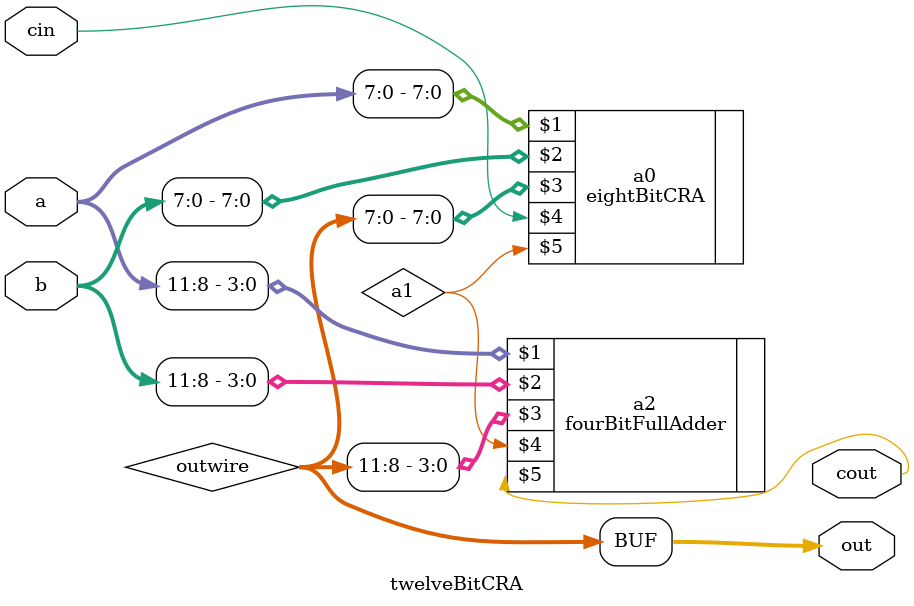
<source format=v>
`timescale 1ns / 1ps


module twelveBitCRA(a,b,out,cin,cout);
input [11:0] a,b;
input cin;
output [11:0]out;
output cout;
wire [11:0] outwire;
wire a1;

eightBitCRA a0(a[7:0],b[7:0],outwire[7:0],cin,a1);
fourBitFullAdder a2(a[11:8],b[11:8],outwire[11:8],a1,cout);
assign out = outwire;


endmodule

</source>
